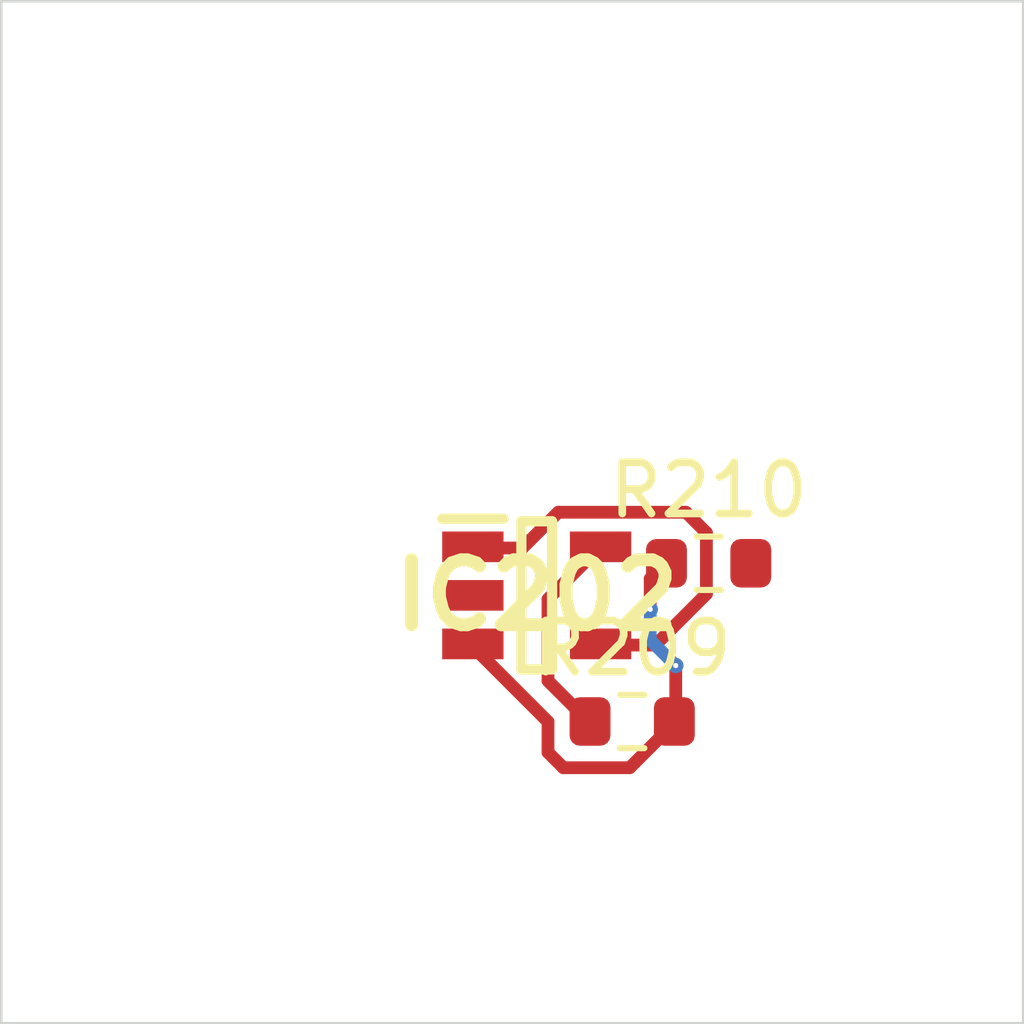
<source format=kicad_pcb>
 ( kicad_pcb  ( version 20171130 )
 ( host pcbnew 5.1.12-84ad8e8a86~92~ubuntu18.04.1 )
 ( general  ( thickness 1.6 )
 ( drawings 4 )
 ( tracks 0 )
 ( zones 0 )
 ( modules 3 )
 ( nets 5 )
)
 ( page A4 )
 ( layers  ( 0 F.Cu signal )
 ( 31 B.Cu signal )
 ( 32 B.Adhes user )
 ( 33 F.Adhes user )
 ( 34 B.Paste user )
 ( 35 F.Paste user )
 ( 36 B.SilkS user )
 ( 37 F.SilkS user )
 ( 38 B.Mask user )
 ( 39 F.Mask user )
 ( 40 Dwgs.User user )
 ( 41 Cmts.User user )
 ( 42 Eco1.User user )
 ( 43 Eco2.User user )
 ( 44 Edge.Cuts user )
 ( 45 Margin user )
 ( 46 B.CrtYd user )
 ( 47 F.CrtYd user )
 ( 48 B.Fab user )
 ( 49 F.Fab user )
)
 ( setup  ( last_trace_width 0.25 )
 ( trace_clearance 0.2 )
 ( zone_clearance 0.508 )
 ( zone_45_only no )
 ( trace_min 0.2 )
 ( via_size 0.8 )
 ( via_drill 0.4 )
 ( via_min_size 0.4 )
 ( via_min_drill 0.3 )
 ( uvia_size 0.3 )
 ( uvia_drill 0.1 )
 ( uvias_allowed no )
 ( uvia_min_size 0.2 )
 ( uvia_min_drill 0.1 )
 ( edge_width 0.05 )
 ( segment_width 0.2 )
 ( pcb_text_width 0.3 )
 ( pcb_text_size 1.5 1.5 )
 ( mod_edge_width 0.12 )
 ( mod_text_size 1 1 )
 ( mod_text_width 0.15 )
 ( pad_size 1.524 1.524 )
 ( pad_drill 0.762 )
 ( pad_to_mask_clearance 0 )
 ( aux_axis_origin 0 0 )
 ( visible_elements FFFFFF7F )
 ( pcbplotparams  ( layerselection 0x010fc_ffffffff )
 ( usegerberextensions false )
 ( usegerberattributes true )
 ( usegerberadvancedattributes true )
 ( creategerberjobfile true )
 ( excludeedgelayer true )
 ( linewidth 0.100000 )
 ( plotframeref false )
 ( viasonmask false )
 ( mode 1 )
 ( useauxorigin false )
 ( hpglpennumber 1 )
 ( hpglpenspeed 20 )
 ( hpglpendiameter 15.000000 )
 ( psnegative false )
 ( psa4output false )
 ( plotreference true )
 ( plotvalue true )
 ( plotinvisibletext false )
 ( padsonsilk false )
 ( subtractmaskfromsilk false )
 ( outputformat 1 )
 ( mirror false )
 ( drillshape 1 )
 ( scaleselection 1 )
 ( outputdirectory "" )
)
)
 ( net 0 "" )
 ( net 1 GND )
 ( net 2 VDDA )
 ( net 3 /Sheet6235D886/vp )
 ( net 4 "Net-(IC202-Pad3)" )
 ( net_class Default "This is the default net class."  ( clearance 0.2 )
 ( trace_width 0.25 )
 ( via_dia 0.8 )
 ( via_drill 0.4 )
 ( uvia_dia 0.3 )
 ( uvia_drill 0.1 )
 ( add_net /Sheet6235D886/vp )
 ( add_net GND )
 ( add_net "Net-(IC202-Pad3)" )
 ( add_net VDDA )
)
 ( module SOT95P280X145-5N locked  ( layer F.Cu )
 ( tedit 62336ED7 )
 ( tstamp 623423ED )
 ( at 90.479100 111.627000 )
 ( descr DBV0005A )
 ( tags "Integrated Circuit" )
 ( path /6235D887/6266C08E )
 ( attr smd )
 ( fp_text reference IC202  ( at 0 0 )
 ( layer F.SilkS )
 ( effects  ( font  ( size 1.27 1.27 )
 ( thickness 0.254 )
)
)
)
 ( fp_text value TL071HIDBVR  ( at 0 0 )
 ( layer F.SilkS )
hide  ( effects  ( font  ( size 1.27 1.27 )
 ( thickness 0.254 )
)
)
)
 ( fp_line  ( start -1.85 -1.5 )
 ( end -0.65 -1.5 )
 ( layer F.SilkS )
 ( width 0.2 )
)
 ( fp_line  ( start -0.3 1.45 )
 ( end -0.3 -1.45 )
 ( layer F.SilkS )
 ( width 0.2 )
)
 ( fp_line  ( start 0.3 1.45 )
 ( end -0.3 1.45 )
 ( layer F.SilkS )
 ( width 0.2 )
)
 ( fp_line  ( start 0.3 -1.45 )
 ( end 0.3 1.45 )
 ( layer F.SilkS )
 ( width 0.2 )
)
 ( fp_line  ( start -0.3 -1.45 )
 ( end 0.3 -1.45 )
 ( layer F.SilkS )
 ( width 0.2 )
)
 ( fp_line  ( start -0.8 -0.5 )
 ( end 0.15 -1.45 )
 ( layer Dwgs.User )
 ( width 0.1 )
)
 ( fp_line  ( start -0.8 1.45 )
 ( end -0.8 -1.45 )
 ( layer Dwgs.User )
 ( width 0.1 )
)
 ( fp_line  ( start 0.8 1.45 )
 ( end -0.8 1.45 )
 ( layer Dwgs.User )
 ( width 0.1 )
)
 ( fp_line  ( start 0.8 -1.45 )
 ( end 0.8 1.45 )
 ( layer Dwgs.User )
 ( width 0.1 )
)
 ( fp_line  ( start -0.8 -1.45 )
 ( end 0.8 -1.45 )
 ( layer Dwgs.User )
 ( width 0.1 )
)
 ( fp_line  ( start -2.1 1.775 )
 ( end -2.1 -1.775 )
 ( layer Dwgs.User )
 ( width 0.05 )
)
 ( fp_line  ( start 2.1 1.775 )
 ( end -2.1 1.775 )
 ( layer Dwgs.User )
 ( width 0.05 )
)
 ( fp_line  ( start 2.1 -1.775 )
 ( end 2.1 1.775 )
 ( layer Dwgs.User )
 ( width 0.05 )
)
 ( fp_line  ( start -2.1 -1.775 )
 ( end 2.1 -1.775 )
 ( layer Dwgs.User )
 ( width 0.05 )
)
 ( pad 1 smd rect  ( at -1.25 -0.95 90.000000 )
 ( size 0.6 1.2 )
 ( layers F.Cu F.Mask F.Paste )
 ( net 3 /Sheet6235D886/vp )
)
 ( pad 2 smd rect  ( at -1.25 0 90.000000 )
 ( size 0.6 1.2 )
 ( layers F.Cu F.Mask F.Paste )
 ( net 1 GND )
)
 ( pad 3 smd rect  ( at -1.25 0.95 90.000000 )
 ( size 0.6 1.2 )
 ( layers F.Cu F.Mask F.Paste )
 ( net 4 "Net-(IC202-Pad3)" )
)
 ( pad 4 smd rect  ( at 1.25 0.95 90.000000 )
 ( size 0.6 1.2 )
 ( layers F.Cu F.Mask F.Paste )
 ( net 3 /Sheet6235D886/vp )
)
 ( pad 5 smd rect  ( at 1.25 -0.95 90.000000 )
 ( size 0.6 1.2 )
 ( layers F.Cu F.Mask F.Paste )
 ( net 2 VDDA )
)
)
 ( module Resistor_SMD:R_0603_1608Metric  ( layer F.Cu )
 ( tedit 5F68FEEE )
 ( tstamp 62342595 )
 ( at 92.347600 114.095000 )
 ( descr "Resistor SMD 0603 (1608 Metric), square (rectangular) end terminal, IPC_7351 nominal, (Body size source: IPC-SM-782 page 72, https://www.pcb-3d.com/wordpress/wp-content/uploads/ipc-sm-782a_amendment_1_and_2.pdf), generated with kicad-footprint-generator" )
 ( tags resistor )
 ( path /6235D887/623CDBD9 )
 ( attr smd )
 ( fp_text reference R209  ( at 0 -1.43 )
 ( layer F.SilkS )
 ( effects  ( font  ( size 1 1 )
 ( thickness 0.15 )
)
)
)
 ( fp_text value 100k  ( at 0 1.43 )
 ( layer F.Fab )
 ( effects  ( font  ( size 1 1 )
 ( thickness 0.15 )
)
)
)
 ( fp_line  ( start -0.8 0.4125 )
 ( end -0.8 -0.4125 )
 ( layer F.Fab )
 ( width 0.1 )
)
 ( fp_line  ( start -0.8 -0.4125 )
 ( end 0.8 -0.4125 )
 ( layer F.Fab )
 ( width 0.1 )
)
 ( fp_line  ( start 0.8 -0.4125 )
 ( end 0.8 0.4125 )
 ( layer F.Fab )
 ( width 0.1 )
)
 ( fp_line  ( start 0.8 0.4125 )
 ( end -0.8 0.4125 )
 ( layer F.Fab )
 ( width 0.1 )
)
 ( fp_line  ( start -0.237258 -0.5225 )
 ( end 0.237258 -0.5225 )
 ( layer F.SilkS )
 ( width 0.12 )
)
 ( fp_line  ( start -0.237258 0.5225 )
 ( end 0.237258 0.5225 )
 ( layer F.SilkS )
 ( width 0.12 )
)
 ( fp_line  ( start -1.48 0.73 )
 ( end -1.48 -0.73 )
 ( layer F.CrtYd )
 ( width 0.05 )
)
 ( fp_line  ( start -1.48 -0.73 )
 ( end 1.48 -0.73 )
 ( layer F.CrtYd )
 ( width 0.05 )
)
 ( fp_line  ( start 1.48 -0.73 )
 ( end 1.48 0.73 )
 ( layer F.CrtYd )
 ( width 0.05 )
)
 ( fp_line  ( start 1.48 0.73 )
 ( end -1.48 0.73 )
 ( layer F.CrtYd )
 ( width 0.05 )
)
 ( fp_text user %R  ( at 0 0 )
 ( layer F.Fab )
 ( effects  ( font  ( size 0.4 0.4 )
 ( thickness 0.06 )
)
)
)
 ( pad 1 smd roundrect  ( at -0.825 0 )
 ( size 0.8 0.95 )
 ( layers F.Cu F.Mask F.Paste )
 ( roundrect_rratio 0.25 )
 ( net 2 VDDA )
)
 ( pad 2 smd roundrect  ( at 0.825 0 )
 ( size 0.8 0.95 )
 ( layers F.Cu F.Mask F.Paste )
 ( roundrect_rratio 0.25 )
 ( net 4 "Net-(IC202-Pad3)" )
)
 ( model ${KISYS3DMOD}/Resistor_SMD.3dshapes/R_0603_1608Metric.wrl  ( at  ( xyz 0 0 0 )
)
 ( scale  ( xyz 1 1 1 )
)
 ( rotate  ( xyz 0 0 0 )
)
)
)
 ( module Resistor_SMD:R_0603_1608Metric  ( layer F.Cu )
 ( tedit 5F68FEEE )
 ( tstamp 623425A6 )
 ( at 93.843900 110.999000 )
 ( descr "Resistor SMD 0603 (1608 Metric), square (rectangular) end terminal, IPC_7351 nominal, (Body size source: IPC-SM-782 page 72, https://www.pcb-3d.com/wordpress/wp-content/uploads/ipc-sm-782a_amendment_1_and_2.pdf), generated with kicad-footprint-generator" )
 ( tags resistor )
 ( path /6235D887/623CDBDF )
 ( attr smd )
 ( fp_text reference R210  ( at 0 -1.43 )
 ( layer F.SilkS )
 ( effects  ( font  ( size 1 1 )
 ( thickness 0.15 )
)
)
)
 ( fp_text value 100k  ( at 0 1.43 )
 ( layer F.Fab )
 ( effects  ( font  ( size 1 1 )
 ( thickness 0.15 )
)
)
)
 ( fp_line  ( start 1.48 0.73 )
 ( end -1.48 0.73 )
 ( layer F.CrtYd )
 ( width 0.05 )
)
 ( fp_line  ( start 1.48 -0.73 )
 ( end 1.48 0.73 )
 ( layer F.CrtYd )
 ( width 0.05 )
)
 ( fp_line  ( start -1.48 -0.73 )
 ( end 1.48 -0.73 )
 ( layer F.CrtYd )
 ( width 0.05 )
)
 ( fp_line  ( start -1.48 0.73 )
 ( end -1.48 -0.73 )
 ( layer F.CrtYd )
 ( width 0.05 )
)
 ( fp_line  ( start -0.237258 0.5225 )
 ( end 0.237258 0.5225 )
 ( layer F.SilkS )
 ( width 0.12 )
)
 ( fp_line  ( start -0.237258 -0.5225 )
 ( end 0.237258 -0.5225 )
 ( layer F.SilkS )
 ( width 0.12 )
)
 ( fp_line  ( start 0.8 0.4125 )
 ( end -0.8 0.4125 )
 ( layer F.Fab )
 ( width 0.1 )
)
 ( fp_line  ( start 0.8 -0.4125 )
 ( end 0.8 0.4125 )
 ( layer F.Fab )
 ( width 0.1 )
)
 ( fp_line  ( start -0.8 -0.4125 )
 ( end 0.8 -0.4125 )
 ( layer F.Fab )
 ( width 0.1 )
)
 ( fp_line  ( start -0.8 0.4125 )
 ( end -0.8 -0.4125 )
 ( layer F.Fab )
 ( width 0.1 )
)
 ( fp_text user %R  ( at 0 0 )
 ( layer F.Fab )
 ( effects  ( font  ( size 0.4 0.4 )
 ( thickness 0.06 )
)
)
)
 ( pad 2 smd roundrect  ( at 0.825 0 )
 ( size 0.8 0.95 )
 ( layers F.Cu F.Mask F.Paste )
 ( roundrect_rratio 0.25 )
 ( net 1 GND )
)
 ( pad 1 smd roundrect  ( at -0.825 0 )
 ( size 0.8 0.95 )
 ( layers F.Cu F.Mask F.Paste )
 ( roundrect_rratio 0.25 )
 ( net 4 "Net-(IC202-Pad3)" )
)
 ( model ${KISYS3DMOD}/Resistor_SMD.3dshapes/R_0603_1608Metric.wrl  ( at  ( xyz 0 0 0 )
)
 ( scale  ( xyz 1 1 1 )
)
 ( rotate  ( xyz 0 0 0 )
)
)
)
 ( gr_line  ( start 100 100 )
 ( end 100 120 )
 ( layer Edge.Cuts )
 ( width 0.05 )
 ( tstamp 62E770C4 )
)
 ( gr_line  ( start 80 120 )
 ( end 100 120 )
 ( layer Edge.Cuts )
 ( width 0.05 )
 ( tstamp 62E770C0 )
)
 ( gr_line  ( start 80 100 )
 ( end 100 100 )
 ( layer Edge.Cuts )
 ( width 0.05 )
 ( tstamp 6234110C )
)
 ( gr_line  ( start 80 100 )
 ( end 80 120 )
 ( layer Edge.Cuts )
 ( width 0.05 )
)
 ( segment  ( start 91.500001 114.100002 )
 ( end 90.700001 113.300002 )
 ( width 0.250000 )
 ( layer F.Cu )
 ( net 2 )
)
 ( segment  ( start 90.700001 113.300002 )
 ( end 90.700001 111.700002 )
 ( width 0.250000 )
 ( layer F.Cu )
 ( net 2 )
)
 ( segment  ( start 90.700001 111.700002 )
 ( end 91.700001 110.700002 )
 ( width 0.250000 )
 ( layer F.Cu )
 ( net 2 )
)
 ( segment  ( start 91.700001 112.600002 )
 ( end 92.800001 112.600002 )
 ( width 0.250000 )
 ( layer F.Cu )
 ( net 3 )
)
 ( segment  ( start 92.800001 112.600002 )
 ( end 93.800001 111.600002 )
 ( width 0.250000 )
 ( layer F.Cu )
 ( net 3 )
)
 ( segment  ( start 93.800001 111.600002 )
 ( end 93.800001 110.400002 )
 ( width 0.250000 )
 ( layer F.Cu )
 ( net 3 )
)
 ( segment  ( start 93.800001 110.400002 )
 ( end 93.400001 110.000002 )
 ( width 0.250000 )
 ( layer F.Cu )
 ( net 3 )
)
 ( segment  ( start 93.400001 110.000002 )
 ( end 90.900001 110.000002 )
 ( width 0.250000 )
 ( layer F.Cu )
 ( net 3 )
)
 ( segment  ( start 90.900001 110.000002 )
 ( end 90.200001 110.700002 )
 ( width 0.250000 )
 ( layer F.Cu )
 ( net 3 )
)
 ( segment  ( start 90.200001 110.700002 )
 ( end 89.200001 110.700002 )
 ( width 0.250000 )
 ( layer F.Cu )
 ( net 3 )
)
 ( segment  ( start 93.200001 114.100002 )
 ( end 92.300001 115.000002 )
 ( width 0.250000 )
 ( layer F.Cu )
 ( net 4 )
)
 ( segment  ( start 92.300001 115.000002 )
 ( end 91.000001 115.000002 )
 ( width 0.250000 )
 ( layer F.Cu )
 ( net 4 )
)
 ( segment  ( start 91.000001 115.000002 )
 ( end 90.700001 114.700002 )
 ( width 0.250000 )
 ( layer F.Cu )
 ( net 4 )
)
 ( segment  ( start 90.700001 114.700002 )
 ( end 90.700001 114.100002 )
 ( width 0.250000 )
 ( layer F.Cu )
 ( net 4 )
)
 ( segment  ( start 90.700001 114.100002 )
 ( end 89.200001 112.600002 )
 ( width 0.250000 )
 ( layer F.Cu )
 ( net 4 )
)
 ( segment  ( start 93.000001 111.000002 )
 ( end 92.700001 111.300002 )
 ( width 0.250000 )
 ( layer F.Cu )
 ( net 4 )
)
 ( segment  ( start 92.700001 111.300002 )
 ( end 92.700001 111.900002 )
 ( width 0.250000 )
 ( layer F.Cu )
 ( net 4 )
)
 ( segment  ( start 92.700001 111.900002 )
 ( end 92.700001 112.500002 )
 ( width 0.250000 )
 ( layer B.Cu )
 ( net 4 )
)
 ( segment  ( start 92.700001 112.500002 )
 ( end 93.200001 113.000002 )
 ( width 0.250000 )
 ( layer B.Cu )
 ( net 4 )
)
 ( segment  ( start 93.200001 113.000002 )
 ( end 93.200001 114.100002 )
 ( width 0.250000 )
 ( layer F.Cu )
 ( net 4 )
)
 ( via micro  ( at 92.700001 111.900002 )
 ( size 0.300000 )
 ( drill 0.100000 )
 ( layers F.Cu B.Cu )
 ( net 4 )
)
 ( via micro  ( at 93.200001 113.000002 )
 ( size 0.300000 )
 ( drill 0.100000 )
 ( layers F.Cu B.Cu )
 ( net 4 )
)
)

</source>
